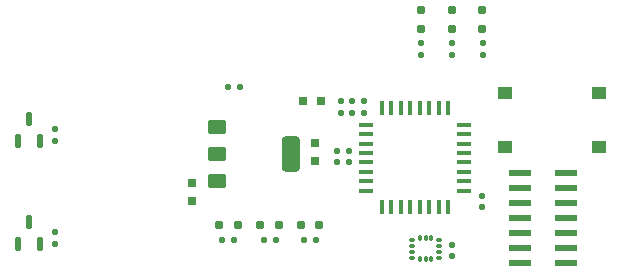
<source format=gbr>
%TF.GenerationSoftware,KiCad,Pcbnew,8.0.1-8.0.1-1~ubuntu22.04.1*%
%TF.CreationDate,2024-04-04T08:17:27+02:00*%
%TF.ProjectId,Ingenuity,496e6765-6e75-4697-9479-2e6b69636164,rev?*%
%TF.SameCoordinates,Original*%
%TF.FileFunction,Paste,Top*%
%TF.FilePolarity,Positive*%
%FSLAX46Y46*%
G04 Gerber Fmt 4.6, Leading zero omitted, Abs format (unit mm)*
G04 Created by KiCad (PCBNEW 8.0.1-8.0.1-1~ubuntu22.04.1) date 2024-04-04 08:17:27*
%MOMM*%
%LPD*%
G01*
G04 APERTURE LIST*
G04 Aperture macros list*
%AMRoundRect*
0 Rectangle with rounded corners*
0 $1 Rounding radius*
0 $2 $3 $4 $5 $6 $7 $8 $9 X,Y pos of 4 corners*
0 Add a 4 corners polygon primitive as box body*
4,1,4,$2,$3,$4,$5,$6,$7,$8,$9,$2,$3,0*
0 Add four circle primitives for the rounded corners*
1,1,$1+$1,$2,$3*
1,1,$1+$1,$4,$5*
1,1,$1+$1,$6,$7*
1,1,$1+$1,$8,$9*
0 Add four rect primitives between the rounded corners*
20,1,$1+$1,$2,$3,$4,$5,0*
20,1,$1+$1,$4,$5,$6,$7,0*
20,1,$1+$1,$6,$7,$8,$9,0*
20,1,$1+$1,$8,$9,$2,$3,0*%
G04 Aperture macros list end*
%ADD10RoundRect,0.112000X0.136000X-0.112000X0.136000X0.112000X-0.136000X0.112000X-0.136000X-0.112000X0*%
%ADD11RoundRect,0.108000X-0.108000X-0.148000X0.108000X-0.148000X0.108000X0.148000X-0.108000X0.148000X0*%
%ADD12RoundRect,0.070000X-0.180000X-0.070000X0.180000X-0.070000X0.180000X0.070000X-0.180000X0.070000X0*%
%ADD13RoundRect,0.070000X-0.070000X-0.180000X0.070000X-0.180000X0.070000X0.180000X-0.070000X0.180000X0*%
%ADD14RoundRect,0.175000X-0.175000X-0.205000X0.175000X-0.205000X0.175000X0.205000X-0.175000X0.205000X0*%
%ADD15RoundRect,0.108000X0.148000X-0.108000X0.148000X0.108000X-0.148000X0.108000X-0.148000X-0.108000X0*%
%ADD16RoundRect,0.108000X-0.148000X0.108000X-0.148000X-0.108000X0.148000X-0.108000X0.148000X0.108000X0*%
%ADD17R,1.240000X1.040000*%
%ADD18RoundRect,0.108000X0.108000X0.148000X-0.108000X0.148000X-0.108000X-0.148000X0.108000X-0.148000X0*%
%ADD19RoundRect,0.180000X0.200000X-0.180000X0.200000X0.180000X-0.200000X0.180000X-0.200000X-0.180000X0*%
%ADD20RoundRect,0.120000X0.120000X-0.470000X0.120000X0.470000X-0.120000X0.470000X-0.120000X-0.470000X0*%
%ADD21RoundRect,0.112000X-0.136000X0.112000X-0.136000X-0.112000X0.136000X-0.112000X0.136000X0.112000X0*%
%ADD22RoundRect,0.175000X-0.205000X0.175000X-0.205000X-0.175000X0.205000X-0.175000X0.205000X0.175000X0*%
%ADD23RoundRect,0.180000X-0.180000X-0.200000X0.180000X-0.200000X0.180000X0.200000X-0.180000X0.200000X0*%
%ADD24RoundRect,0.112000X0.112000X0.136000X-0.112000X0.136000X-0.112000X-0.136000X0.112000X-0.136000X0*%
%ADD25R,1.920000X0.592000*%
%ADD26RoundRect,0.300000X-0.500000X-0.300000X0.500000X-0.300000X0.500000X0.300000X-0.500000X0.300000X0*%
%ADD27RoundRect,0.400000X-0.400000X-1.120000X0.400000X-1.120000X0.400000X1.120000X-0.400000X1.120000X0*%
%ADD28RoundRect,0.100000X-0.500000X-0.100000X0.500000X-0.100000X0.500000X0.100000X-0.500000X0.100000X0*%
%ADD29RoundRect,0.100000X-0.100000X-0.500000X0.100000X-0.500000X0.100000X0.500000X-0.100000X0.500000X0*%
%ADD30RoundRect,0.180000X-0.200000X0.180000X-0.200000X-0.180000X0.200000X-0.180000X0.200000X0.180000X0*%
G04 APERTURE END LIST*
D10*
%TO.C,C9*%
X190350000Y-68230000D03*
X190350000Y-67270000D03*
%TD*%
D11*
%TO.C,R3*%
X170890000Y-66900000D03*
X171910000Y-66900000D03*
%TD*%
D12*
%TO.C,U4*%
X186925000Y-66850000D03*
X186925000Y-67350000D03*
X186925000Y-67850000D03*
X186925000Y-68350000D03*
D13*
X187587500Y-68512500D03*
X188087500Y-68512500D03*
X188587500Y-68512500D03*
D12*
X189250000Y-68350000D03*
X189250000Y-67850000D03*
X189250000Y-67350000D03*
X189250000Y-66850000D03*
D13*
X188587500Y-66687500D03*
X188087500Y-66687500D03*
X187587500Y-66687500D03*
%TD*%
D14*
%TO.C,D2*%
X170612500Y-65600000D03*
X172187500Y-65600000D03*
%TD*%
D15*
%TO.C,R6*%
X192910000Y-51220000D03*
X192910000Y-50200000D03*
%TD*%
D10*
%TO.C,C2*%
X180900000Y-56080000D03*
X180900000Y-55120000D03*
%TD*%
D16*
%TO.C,R9*%
X156700000Y-66190000D03*
X156700000Y-67210000D03*
%TD*%
D17*
%TO.C,SW2*%
X202775000Y-58950000D03*
X194825000Y-58950000D03*
X202775000Y-54450000D03*
X194825000Y-54450000D03*
%TD*%
D18*
%TO.C,R1*%
X172410000Y-53900000D03*
X171390000Y-53900000D03*
%TD*%
D15*
%TO.C,R2*%
X187700000Y-51200000D03*
X187700000Y-50180000D03*
%TD*%
D10*
%TO.C,C6*%
X181900000Y-56080000D03*
X181900000Y-55120000D03*
%TD*%
D15*
%TO.C,R8*%
X182900000Y-56100000D03*
X182900000Y-55080000D03*
%TD*%
D19*
%TO.C,C7*%
X168300000Y-63575000D03*
X168300000Y-62025000D03*
%TD*%
D20*
%TO.C,Q1*%
X153550000Y-67200000D03*
X155450000Y-67200000D03*
X154500000Y-65325000D03*
%TD*%
D15*
%TO.C,R4*%
X190300000Y-51200000D03*
X190300000Y-50180000D03*
%TD*%
D21*
%TO.C,C3*%
X192900000Y-63100000D03*
X192900000Y-64060000D03*
%TD*%
D22*
%TO.C,D5*%
X192900000Y-47412500D03*
X192900000Y-48987500D03*
%TD*%
D20*
%TO.C,Q2*%
X153550000Y-58500000D03*
X155450000Y-58500000D03*
X154500000Y-56625000D03*
%TD*%
D23*
%TO.C,C1*%
X177725000Y-55100000D03*
X179275000Y-55100000D03*
%TD*%
D11*
%TO.C,R5*%
X174380000Y-66900000D03*
X175400000Y-66900000D03*
%TD*%
D14*
%TO.C,D6*%
X177512500Y-65600000D03*
X179087500Y-65600000D03*
%TD*%
D22*
%TO.C,D1*%
X187700000Y-47412500D03*
X187700000Y-48987500D03*
%TD*%
D11*
%TO.C,R7*%
X177790000Y-66900000D03*
X178810000Y-66900000D03*
%TD*%
D22*
%TO.C,D3*%
X190300000Y-47412500D03*
X190300000Y-48987500D03*
%TD*%
D24*
%TO.C,C5*%
X181580000Y-60300000D03*
X180620000Y-60300000D03*
%TD*%
D25*
%TO.C,J8*%
X199950000Y-68810000D03*
X196050000Y-68810000D03*
X199950000Y-67540000D03*
X196050000Y-67540000D03*
X199950000Y-66270000D03*
X196050000Y-66270000D03*
X199950000Y-65000000D03*
X196050000Y-65000000D03*
X199950000Y-63730000D03*
X196050000Y-63730000D03*
X199950000Y-62460000D03*
X196050000Y-62460000D03*
X199950000Y-61190000D03*
X196050000Y-61190000D03*
%TD*%
D26*
%TO.C,U3*%
X170400000Y-57300000D03*
X170400000Y-59600000D03*
D27*
X176700000Y-59600000D03*
D26*
X170400000Y-61900000D03*
%TD*%
D28*
%TO.C,U2*%
X183025000Y-57100000D03*
X183025000Y-57900000D03*
X183025000Y-58700000D03*
X183025000Y-59500000D03*
X183025000Y-60300000D03*
X183025000Y-61100000D03*
X183025000Y-61900000D03*
X183025000Y-62700000D03*
D29*
X184400000Y-64075000D03*
X185200000Y-64075000D03*
X186000000Y-64075000D03*
X186800000Y-64075000D03*
X187600000Y-64075000D03*
X188400000Y-64075000D03*
X189200000Y-64075000D03*
X190000000Y-64075000D03*
D28*
X191375000Y-62700000D03*
X191375000Y-61900000D03*
X191375000Y-61100000D03*
X191375000Y-60300000D03*
X191375000Y-59500000D03*
X191375000Y-58700000D03*
X191375000Y-57900000D03*
X191375000Y-57100000D03*
D29*
X190000000Y-55725000D03*
X189200000Y-55725000D03*
X188400000Y-55725000D03*
X187600000Y-55725000D03*
X186800000Y-55725000D03*
X186000000Y-55725000D03*
X185200000Y-55725000D03*
X184400000Y-55725000D03*
%TD*%
D16*
%TO.C,R10*%
X156700000Y-57490000D03*
X156700000Y-58510000D03*
%TD*%
D30*
%TO.C,C8*%
X178700000Y-58625000D03*
X178700000Y-60175000D03*
%TD*%
D24*
%TO.C,C4*%
X181580000Y-59300000D03*
X180620000Y-59300000D03*
%TD*%
D14*
%TO.C,D4*%
X174112500Y-65600000D03*
X175687500Y-65600000D03*
%TD*%
M02*

</source>
